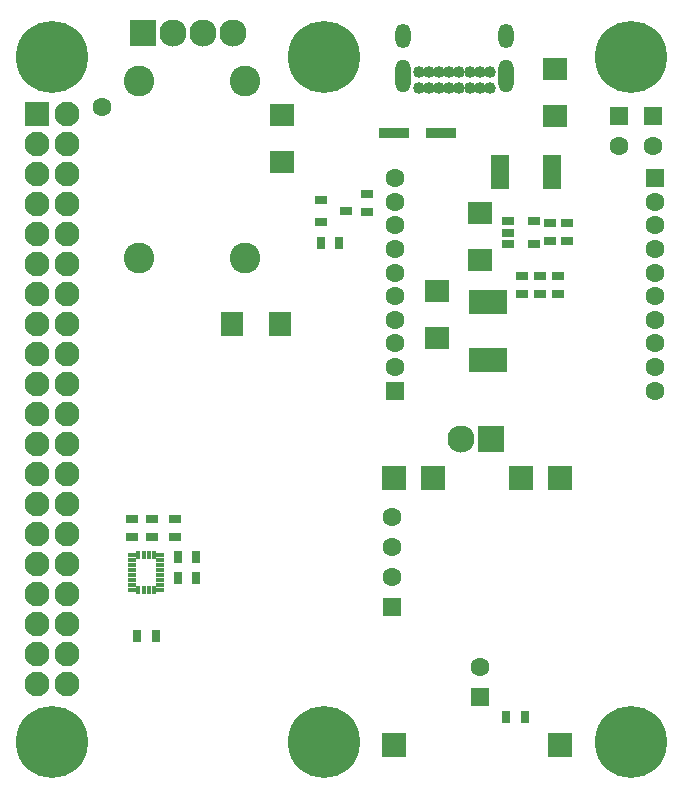
<source format=gts>
G04*
G04 #@! TF.GenerationSoftware,Altium Limited,Altium Designer,20.0.13 (296)*
G04*
G04 Layer_Color=8388736*
%FSLAX44Y44*%
%MOMM*%
G71*
G01*
G75*
%ADD16R,2.1000X1.9000*%
%ADD17R,1.0900X0.7900*%
%ADD18R,0.7160X0.4460*%
%ADD19R,0.4460X0.7160*%
%ADD20R,0.7000X1.0000*%
%ADD21R,1.0000X0.7000*%
%ADD22R,1.0000X0.8000*%
%ADD23R,1.5000X2.9000*%
%ADD24R,1.9000X2.1000*%
%ADD25R,3.3000X2.1000*%
%ADD26R,2.6000X0.9000*%
%ADD27R,1.6000X1.6000*%
%ADD28C,1.6000*%
%ADD29O,1.3000X2.1000*%
%ADD30O,1.3000X2.8000*%
%ADD31C,1.0100*%
%ADD32R,2.1000X2.1000*%
%ADD33C,2.6000*%
%ADD34R,2.1000X2.1000*%
%ADD35C,2.1000*%
%ADD36C,2.3000*%
%ADD37R,2.3000X2.3000*%
%ADD38C,6.1000*%
D16*
X2013000Y927250D02*
D03*
Y887250D02*
D03*
X1913250Y739750D02*
D03*
Y699750D02*
D03*
X1950000Y805800D02*
D03*
Y765800D02*
D03*
X1782000Y888500D02*
D03*
Y848500D02*
D03*
D17*
X1995500Y798250D02*
D03*
Y779250D02*
D03*
X1973500Y798250D02*
D03*
Y788750D02*
D03*
Y779250D02*
D03*
D18*
X1679100Y511800D02*
D03*
Y507500D02*
D03*
Y503200D02*
D03*
Y498900D02*
D03*
Y494600D02*
D03*
Y490300D02*
D03*
Y486000D02*
D03*
X1654700D02*
D03*
Y490300D02*
D03*
Y494600D02*
D03*
Y498900D02*
D03*
Y503200D02*
D03*
Y507500D02*
D03*
Y511800D02*
D03*
Y516100D02*
D03*
X1679100D02*
D03*
D19*
X1673350Y486350D02*
D03*
X1669050D02*
D03*
X1664750D02*
D03*
X1660450D02*
D03*
Y515750D02*
D03*
X1664750D02*
D03*
X1669050D02*
D03*
X1673350D02*
D03*
D20*
X1987550Y379000D02*
D03*
X1971950D02*
D03*
X1659450Y447000D02*
D03*
X1675050D02*
D03*
X1814950Y780250D02*
D03*
X1830550D02*
D03*
X1709550Y514500D02*
D03*
X1693950D02*
D03*
X1709550Y496250D02*
D03*
X1693950D02*
D03*
D21*
X1853750Y806200D02*
D03*
Y821800D02*
D03*
X2015500Y752350D02*
D03*
Y736750D02*
D03*
X1985250Y752350D02*
D03*
Y736750D02*
D03*
X2009000Y781550D02*
D03*
Y797150D02*
D03*
X2000375Y736750D02*
D03*
Y752350D02*
D03*
X2023500Y797150D02*
D03*
Y781550D02*
D03*
X1655250Y546300D02*
D03*
Y530700D02*
D03*
X1672250Y546300D02*
D03*
Y530700D02*
D03*
X1691250Y546350D02*
D03*
Y530750D02*
D03*
D22*
X1814750Y816500D02*
D03*
Y797500D02*
D03*
X1835750Y807000D02*
D03*
D23*
X2010750Y839800D02*
D03*
X1966750D02*
D03*
D24*
X1740000Y711250D02*
D03*
X1780000D02*
D03*
D25*
X1956000Y730300D02*
D03*
Y680550D02*
D03*
D26*
X1917000Y872750D02*
D03*
X1876500D02*
D03*
D27*
X2067500Y887650D02*
D03*
X2096500D02*
D03*
X1875250Y472200D02*
D03*
X1950000Y395500D02*
D03*
X1877750Y655000D02*
D03*
X2097750Y835000D02*
D03*
D28*
X2067500Y862250D02*
D03*
X2096500D02*
D03*
X1875250Y548400D02*
D03*
Y523000D02*
D03*
Y497600D02*
D03*
X1950000Y420900D02*
D03*
X1877750Y675000D02*
D03*
Y695000D02*
D03*
Y715000D02*
D03*
Y735000D02*
D03*
Y755000D02*
D03*
Y775000D02*
D03*
Y795000D02*
D03*
Y815000D02*
D03*
Y835000D02*
D03*
X2097750Y815000D02*
D03*
Y795000D02*
D03*
Y775000D02*
D03*
Y755000D02*
D03*
Y735000D02*
D03*
Y715000D02*
D03*
Y695000D02*
D03*
Y675000D02*
D03*
Y655000D02*
D03*
X1629750Y894750D02*
D03*
D29*
X1971251Y954850D02*
D03*
X1884749D02*
D03*
D30*
Y921050D02*
D03*
X1971251D02*
D03*
D31*
X1957751Y924749D02*
D03*
X1949250D02*
D03*
X1940751D02*
D03*
X1932249D02*
D03*
X1923751D02*
D03*
X1915249D02*
D03*
X1906750D02*
D03*
X1898249D02*
D03*
Y911251D02*
D03*
X1906750D02*
D03*
X1915249D02*
D03*
X1923751D02*
D03*
X1932249D02*
D03*
X1940751D02*
D03*
X1949250D02*
D03*
X1957751D02*
D03*
D32*
X1910000Y581250D02*
D03*
X1984000D02*
D03*
X2017000D02*
D03*
X1877000D02*
D03*
X2017000Y355250D02*
D03*
X1877000D02*
D03*
D33*
X1750500Y917500D02*
D03*
Y767500D02*
D03*
X1660500Y917500D02*
D03*
Y767500D02*
D03*
D34*
X1574800Y889000D02*
D03*
D35*
X1600200Y660400D02*
D03*
X1574800D02*
D03*
X1600200Y685800D02*
D03*
X1574800D02*
D03*
X1600200Y711200D02*
D03*
X1574800D02*
D03*
X1600200Y736600D02*
D03*
X1574800D02*
D03*
X1600200Y762000D02*
D03*
X1574800D02*
D03*
X1600200Y787400D02*
D03*
X1574800D02*
D03*
X1600200Y812800D02*
D03*
X1574800D02*
D03*
X1600200Y838200D02*
D03*
X1574800D02*
D03*
X1600200Y863600D02*
D03*
X1574800D02*
D03*
X1600200Y889000D02*
D03*
Y406400D02*
D03*
X1574800D02*
D03*
X1600200Y431800D02*
D03*
X1574800D02*
D03*
X1600200Y457200D02*
D03*
Y482600D02*
D03*
X1574800D02*
D03*
X1600200Y508000D02*
D03*
X1574800D02*
D03*
X1600200Y533400D02*
D03*
X1574800D02*
D03*
X1600200Y558800D02*
D03*
X1574800D02*
D03*
X1600200Y584200D02*
D03*
X1574800D02*
D03*
X1600200Y609600D02*
D03*
X1574800D02*
D03*
X1600200Y635000D02*
D03*
X1574800D02*
D03*
Y457200D02*
D03*
D36*
X1740300Y958000D02*
D03*
X1714900D02*
D03*
X1689500D02*
D03*
X1933350Y614250D02*
D03*
D37*
X1664100Y958000D02*
D03*
X1958750Y614250D02*
D03*
D38*
X2077500Y937500D02*
D03*
X2077500Y357500D02*
D03*
X1587500D02*
D03*
X1817500D02*
D03*
Y937500D02*
D03*
X1587500D02*
D03*
M02*

</source>
